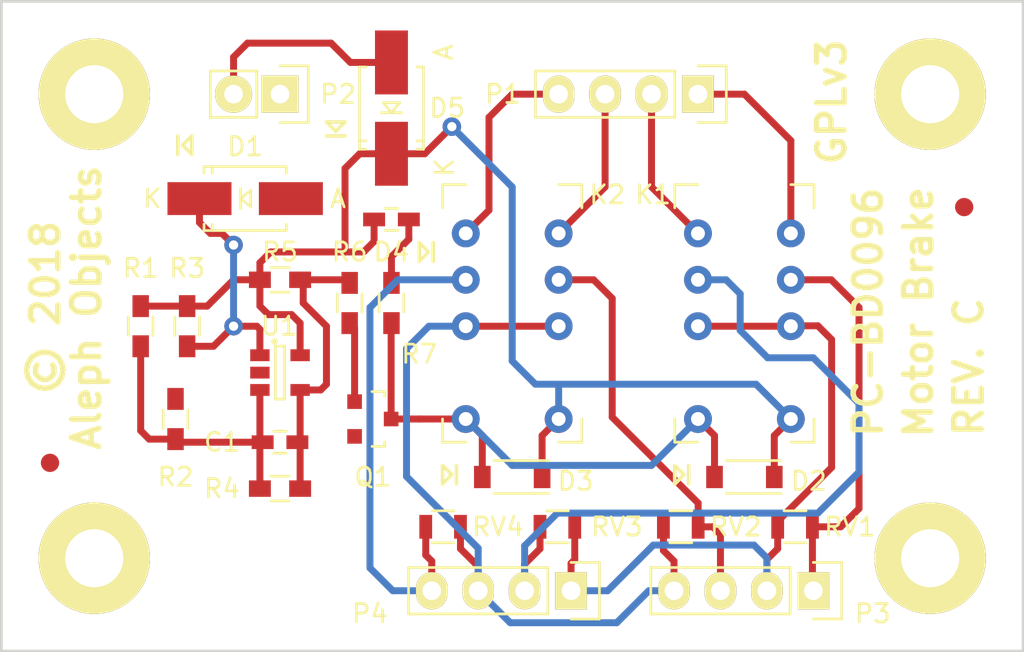
<source format=kicad_pcb>
(kicad_pcb (version 20171130) (host pcbnew "(5.1.10)-1")

  (general
    (thickness 1.6)
    (drawings 30)
    (tracks 168)
    (zones 0)
    (modules 31)
    (nets 20)
  )

  (page A4)
  (layers
    (0 F.Cu signal)
    (31 B.Cu signal hide)
    (32 B.Adhes user)
    (33 F.Adhes user)
    (34 B.Paste user)
    (35 F.Paste user)
    (36 B.SilkS user)
    (37 F.SilkS user hide)
    (38 B.Mask user)
    (39 F.Mask user)
    (40 Dwgs.User user)
    (41 Cmts.User user)
    (42 Eco1.User user)
    (43 Eco2.User user)
    (44 Edge.Cuts user)
    (45 Margin user)
    (46 B.CrtYd user)
    (47 F.CrtYd user)
    (48 B.Fab user)
    (49 F.Fab user hide)
  )

  (setup
    (last_trace_width 0.381)
    (trace_clearance 0.2)
    (zone_clearance 0.254)
    (zone_45_only no)
    (trace_min 0.2)
    (via_size 1.016)
    (via_drill 0.508)
    (via_min_size 1.016)
    (via_min_drill 0.508)
    (uvia_size 0.3)
    (uvia_drill 0.1)
    (uvias_allowed no)
    (uvia_min_size 0)
    (uvia_min_drill 0)
    (edge_width 0.15)
    (segment_width 0.2)
    (pcb_text_width 0.3)
    (pcb_text_size 1.5 1.5)
    (mod_edge_width 0.15)
    (mod_text_size 1 1)
    (mod_text_width 0.15)
    (pad_size 1.524 1.524)
    (pad_drill 0.762)
    (pad_to_mask_clearance 0.2)
    (aux_axis_origin 0 0)
    (visible_elements 7FFFF77F)
    (pcbplotparams
      (layerselection 0x010e8_80000001)
      (usegerberextensions false)
      (usegerberattributes true)
      (usegerberadvancedattributes true)
      (creategerberjobfile true)
      (excludeedgelayer true)
      (linewidth 0.100000)
      (plotframeref false)
      (viasonmask false)
      (mode 1)
      (useauxorigin false)
      (hpglpennumber 1)
      (hpglpenspeed 20)
      (hpglpendiameter 15.000000)
      (psnegative false)
      (psa4output false)
      (plotreference true)
      (plotvalue true)
      (plotinvisibletext false)
      (padsonsilk false)
      (subtractmaskfromsilk false)
      (outputformat 1)
      (mirror false)
      (drillshape 0)
      (scaleselection 1)
      (outputdirectory "Z_Brake_Gerbers_Rev_C/"))
  )

  (net 0 "")
  (net 1 "Net-(C1-Pad1)")
  (net 2 "Net-(C1-Pad2)")
  (net 3 "Net-(D1-Pad1)")
  (net 4 GND)
  (net 5 +24V)
  (net 6 "Net-(D2-Pad2)")
  (net 7 "Net-(D4-Pad2)")
  (net 8 "Net-(K1-Pad10)")
  (net 9 "Net-(K1-Pad9)")
  (net 10 "Net-(K1-Pad8)")
  (net 11 "Net-(K1-Pad4)")
  (net 12 "Net-(K1-Pad5)")
  (net 13 "Net-(K2-Pad10)")
  (net 14 "Net-(K2-Pad9)")
  (net 15 "Net-(K2-Pad8)")
  (net 16 "Net-(K2-Pad4)")
  (net 17 "Net-(K2-Pad5)")
  (net 18 "Net-(Q1-Pad1)")
  (net 19 VDD)

  (net_class Default "This is the default net class."
    (clearance 0.2)
    (trace_width 0.381)
    (via_dia 1.016)
    (via_drill 0.508)
    (uvia_dia 0.3)
    (uvia_drill 0.1)
    (add_net +24V)
    (add_net GND)
    (add_net "Net-(C1-Pad1)")
    (add_net "Net-(C1-Pad2)")
    (add_net "Net-(D1-Pad1)")
    (add_net "Net-(D2-Pad2)")
    (add_net "Net-(D4-Pad2)")
    (add_net "Net-(K1-Pad10)")
    (add_net "Net-(K1-Pad4)")
    (add_net "Net-(K1-Pad5)")
    (add_net "Net-(K1-Pad8)")
    (add_net "Net-(K1-Pad9)")
    (add_net "Net-(K2-Pad10)")
    (add_net "Net-(K2-Pad4)")
    (add_net "Net-(K2-Pad5)")
    (add_net "Net-(K2-Pad8)")
    (add_net "Net-(K2-Pad9)")
    (add_net "Net-(Q1-Pad1)")
    (add_net VDD)
  )

  (net_class STD_Signal ""
    (clearance 0.2)
    (trace_width 0.3048)
    (via_dia 1.016)
    (via_drill 0.508)
    (uvia_dia 0.3)
    (uvia_drill 0.1)
  )

  (module "AO Parts:EC2_Relay" (layer F.Cu) (tedit 5A60B19A) (tstamp 5A2850D7)
    (at 93.98 96.52 90)
    (path /5A25BAB4)
    (fp_text reference K1 (at 7.2 -5 180) (layer F.SilkS)
      (effects (font (size 1 1) (thickness 0.15)))
    )
    (fp_text value EC2-24NU (at 0 -5.08 90) (layer F.Fab) hide
      (effects (font (size 1 1) (thickness 0.15)))
    )
    (fp_line (start 7.75 -3.81) (end 7.75 -2.54) (layer F.SilkS) (width 0.15))
    (fp_line (start 6.48 -3.81) (end 7.75 -3.81) (layer F.SilkS) (width 0.15))
    (fp_line (start 7.75 3.81) (end 6.48 3.81) (layer F.SilkS) (width 0.15))
    (fp_line (start 7.75 2.54) (end 7.75 3.81) (layer F.SilkS) (width 0.15))
    (fp_line (start -6.35 3.81) (end -6.35 2.54) (layer F.SilkS) (width 0.15))
    (fp_line (start -5.08 3.81) (end -6.35 3.81) (layer F.SilkS) (width 0.15))
    (fp_line (start -6.35 -3.81) (end -5.08 -3.81) (layer F.SilkS) (width 0.15))
    (fp_line (start -6.35 -2.54) (end -6.35 -3.81) (layer F.SilkS) (width 0.15))
    (pad 10 thru_hole circle (at 0 -2.54 90) (size 1.524 1.524) (drill 0.762) (layers *.Cu *.Mask)
      (net 8 "Net-(K1-Pad10)"))
    (pad 9 thru_hole circle (at 2.54 -2.54 90) (size 1.524 1.524) (drill 0.762) (layers *.Cu *.Mask)
      (net 9 "Net-(K1-Pad9)"))
    (pad 8 thru_hole circle (at 5.08 -2.54 90) (size 1.524 1.524) (drill 0.762) (layers *.Cu *.Mask)
      (net 10 "Net-(K1-Pad8)"))
    (pad 12 thru_hole circle (at -5.08 -2.54 90) (size 1.524 1.524) (drill 0.762) (layers *.Cu *.Mask)
      (net 6 "Net-(D2-Pad2)"))
    (pad 1 thru_hole circle (at -5.08 2.54 90) (size 1.524 1.524) (drill 0.762) (layers *.Cu *.Mask)
      (net 19 VDD))
    (pad 3 thru_hole circle (at 0 2.54 90) (size 1.524 1.524) (drill 0.762) (layers *.Cu *.Mask)
      (net 8 "Net-(K1-Pad10)"))
    (pad 4 thru_hole circle (at 2.54 2.54 90) (size 1.524 1.524) (drill 0.762) (layers *.Cu *.Mask)
      (net 11 "Net-(K1-Pad4)"))
    (pad 5 thru_hole circle (at 5.08 2.54 90) (size 1.524 1.524) (drill 0.762) (layers *.Cu *.Mask)
      (net 12 "Net-(K1-Pad5)"))
  )

  (module "AO Parts:EC2_Relay" (layer F.Cu) (tedit 5A60B129) (tstamp 5A2850EB)
    (at 81.28 96.52 90)
    (path /5A25BC43)
    (fp_text reference K2 (at 7.2 5.2 180) (layer F.SilkS)
      (effects (font (size 1 1) (thickness 0.15)))
    )
    (fp_text value EC2-24NU (at 0 -5.08 90) (layer F.Fab) hide
      (effects (font (size 1 1) (thickness 0.15)))
    )
    (fp_line (start 7.75 -3.81) (end 7.75 -2.54) (layer F.SilkS) (width 0.15))
    (fp_line (start 6.48 -3.81) (end 7.75 -3.81) (layer F.SilkS) (width 0.15))
    (fp_line (start 7.75 3.81) (end 6.48 3.81) (layer F.SilkS) (width 0.15))
    (fp_line (start 7.75 2.54) (end 7.75 3.81) (layer F.SilkS) (width 0.15))
    (fp_line (start -6.35 3.81) (end -6.35 2.54) (layer F.SilkS) (width 0.15))
    (fp_line (start -5.08 3.81) (end -6.35 3.81) (layer F.SilkS) (width 0.15))
    (fp_line (start -6.35 -3.81) (end -5.08 -3.81) (layer F.SilkS) (width 0.15))
    (fp_line (start -6.35 -2.54) (end -6.35 -3.81) (layer F.SilkS) (width 0.15))
    (pad 10 thru_hole circle (at 0 -2.54 90) (size 1.524 1.524) (drill 0.762) (layers *.Cu *.Mask)
      (net 13 "Net-(K2-Pad10)"))
    (pad 9 thru_hole circle (at 2.54 -2.54 90) (size 1.524 1.524) (drill 0.762) (layers *.Cu *.Mask)
      (net 14 "Net-(K2-Pad9)"))
    (pad 8 thru_hole circle (at 5.08 -2.54 90) (size 1.524 1.524) (drill 0.762) (layers *.Cu *.Mask)
      (net 15 "Net-(K2-Pad8)"))
    (pad 12 thru_hole circle (at -5.08 -2.54 90) (size 1.524 1.524) (drill 0.762) (layers *.Cu *.Mask)
      (net 6 "Net-(D2-Pad2)"))
    (pad 1 thru_hole circle (at -5.08 2.54 90) (size 1.524 1.524) (drill 0.762) (layers *.Cu *.Mask)
      (net 19 VDD))
    (pad 3 thru_hole circle (at 0 2.54 90) (size 1.524 1.524) (drill 0.762) (layers *.Cu *.Mask)
      (net 13 "Net-(K2-Pad10)"))
    (pad 4 thru_hole circle (at 2.54 2.54 90) (size 1.524 1.524) (drill 0.762) (layers *.Cu *.Mask)
      (net 16 "Net-(K2-Pad4)"))
    (pad 5 thru_hole circle (at 5.08 2.54 90) (size 1.524 1.524) (drill 0.762) (layers *.Cu *.Mask)
      (net 17 "Net-(K2-Pad5)"))
  )

  (module Capacitors_SMD:C_0603_HandSoldering (layer F.Cu) (tedit 5A298C4E) (tstamp 5A2850AB)
    (at 68.58 102.87 180)
    (descr "Capacitor SMD 0603, hand soldering")
    (tags "capacitor 0603")
    (path /5A256C88)
    (attr smd)
    (fp_text reference C1 (at 3.175 0 180) (layer F.SilkS)
      (effects (font (size 1 1) (thickness 0.15)))
    )
    (fp_text value 0.22uF (at 0 1.9 180) (layer F.Fab) hide
      (effects (font (size 1 1) (thickness 0.15)))
    )
    (fp_line (start -0.8 0.4) (end -0.8 -0.4) (layer F.Fab) (width 0.15))
    (fp_line (start 0.8 0.4) (end -0.8 0.4) (layer F.Fab) (width 0.15))
    (fp_line (start 0.8 -0.4) (end 0.8 0.4) (layer F.Fab) (width 0.15))
    (fp_line (start -0.8 -0.4) (end 0.8 -0.4) (layer F.Fab) (width 0.15))
    (fp_line (start -1.85 -0.75) (end 1.85 -0.75) (layer F.CrtYd) (width 0.05))
    (fp_line (start -1.85 0.75) (end 1.85 0.75) (layer F.CrtYd) (width 0.05))
    (fp_line (start -1.85 -0.75) (end -1.85 0.75) (layer F.CrtYd) (width 0.05))
    (fp_line (start 1.85 -0.75) (end 1.85 0.75) (layer F.CrtYd) (width 0.05))
    (fp_line (start -0.35 -0.6) (end 0.35 -0.6) (layer F.SilkS) (width 0.15))
    (fp_line (start 0.35 0.6) (end -0.35 0.6) (layer F.SilkS) (width 0.15))
    (pad 1 smd rect (at -0.95 0 180) (size 1.2 0.75) (layers F.Cu F.Paste F.Mask)
      (net 1 "Net-(C1-Pad1)"))
    (pad 2 smd rect (at 0.95 0 180) (size 1.2 0.75) (layers F.Cu F.Paste F.Mask)
      (net 2 "Net-(C1-Pad2)"))
    (model Capacitors_SMD.3dshapes/C_0603_HandSoldering.wrl
      (at (xyz 0 0 0))
      (scale (xyz 1 1 1))
      (rotate (xyz 0 0 0))
    )
  )

  (module Diodes_SMD:SMA_Handsoldering (layer F.Cu) (tedit 5A299AE6) (tstamp 5A2850B1)
    (at 66.675 89.535)
    (descr "Diode SMA Handsoldering")
    (tags "Diode SMA Handsoldering")
    (path /5A256D6B)
    (attr smd)
    (fp_text reference D1 (at 0 -2.85) (layer F.SilkS)
      (effects (font (size 1 1) (thickness 0.15)))
    )
    (fp_text value "10.0 V ZENER" (at 0.05 4.4) (layer F.Fab) hide
      (effects (font (size 1 1) (thickness 0.15)))
    )
    (fp_line (start -4.5 -2) (end 4.5 -2) (layer F.CrtYd) (width 0.05))
    (fp_line (start 4.5 -2) (end 4.5 2) (layer F.CrtYd) (width 0.05))
    (fp_line (start 4.5 2) (end -4.5 2) (layer F.CrtYd) (width 0.05))
    (fp_line (start -4.5 2) (end -4.5 -2) (layer F.CrtYd) (width 0.05))
    (fp_line (start -0.25 0) (end 0.3 -0.45) (layer F.SilkS) (width 0.15))
    (fp_line (start 0.3 -0.45) (end 0.3 0.45) (layer F.SilkS) (width 0.15))
    (fp_line (start 0.3 0.45) (end -0.25 0) (layer F.SilkS) (width 0.15))
    (fp_line (start -0.25 -0.55) (end -0.25 0.55) (layer F.SilkS) (width 0.15))
    (fp_line (start -1.79914 1.75006) (end -1.79914 1.39954) (layer F.SilkS) (width 0.15))
    (fp_line (start -1.79914 -1.75006) (end -1.79914 -1.39954) (layer F.SilkS) (width 0.15))
    (fp_line (start 2.25044 1.75006) (end 2.25044 1.39954) (layer F.SilkS) (width 0.15))
    (fp_line (start -2.25044 1.75006) (end -2.25044 1.39954) (layer F.SilkS) (width 0.15))
    (fp_line (start -2.25044 -1.75006) (end -2.25044 -1.39954) (layer F.SilkS) (width 0.15))
    (fp_line (start 2.25044 -1.75006) (end 2.25044 -1.39954) (layer F.SilkS) (width 0.15))
    (fp_line (start -2.25044 1.75006) (end 2.25044 1.75006) (layer F.SilkS) (width 0.15))
    (fp_line (start -2.25044 -1.75006) (end 2.25044 -1.75006) (layer F.SilkS) (width 0.15))
    (fp_text user A (at 5.08 0) (layer F.SilkS)
      (effects (font (size 1 1) (thickness 0.15)))
    )
    (fp_text user K (at -5.08 0) (layer F.SilkS)
      (effects (font (size 1 1) (thickness 0.15)))
    )
    (pad 1 smd rect (at -2.49936 0) (size 3.50012 1.80086) (layers F.Cu F.Paste F.Mask)
      (net 3 "Net-(D1-Pad1)"))
    (pad 2 smd rect (at 2.49936 0) (size 3.50012 1.80086) (layers F.Cu F.Paste F.Mask)
      (net 4 GND))
    (model Diodes_SMD.3dshapes/SMA_Handsoldering.wrl
      (at (xyz 0 0 0))
      (scale (xyz 0.3937 0.3937 0.3937))
      (rotate (xyz 0 0 180))
    )
  )

  (module Diodes_SMD:SOD-123 (layer F.Cu) (tedit 5B4E0AE5) (tstamp 5A2850B7)
    (at 93.98 104.775 180)
    (descr SOD-123)
    (tags SOD-123)
    (path /5A25CBCD)
    (attr smd)
    (fp_text reference D2 (at -3.52 -0.225 180) (layer F.SilkS)
      (effects (font (size 1 1) (thickness 0.15)))
    )
    (fp_text value D_Schottky_ALT (at 0 2.1 180) (layer F.Fab) hide
      (effects (font (size 1 1) (thickness 0.15)))
    )
    (fp_line (start 0.25 0) (end 0.75 0) (layer F.Fab) (width 0.15))
    (fp_line (start 0.25 0.4) (end -0.35 0) (layer F.Fab) (width 0.15))
    (fp_line (start 0.25 -0.4) (end 0.25 0.4) (layer F.Fab) (width 0.15))
    (fp_line (start -0.35 0) (end 0.25 -0.4) (layer F.Fab) (width 0.15))
    (fp_line (start -0.35 0) (end -0.35 0.55) (layer F.Fab) (width 0.15))
    (fp_line (start -0.35 0) (end -0.35 -0.55) (layer F.Fab) (width 0.15))
    (fp_line (start -0.75 0) (end -0.35 0) (layer F.Fab) (width 0.15))
    (fp_line (start -1.35 0.8) (end -1.35 -0.8) (layer F.Fab) (width 0.15))
    (fp_line (start 1.35 0.8) (end -1.35 0.8) (layer F.Fab) (width 0.15))
    (fp_line (start 1.35 -0.8) (end 1.35 0.8) (layer F.Fab) (width 0.15))
    (fp_line (start -1.35 -0.8) (end 1.35 -0.8) (layer F.Fab) (width 0.15))
    (fp_line (start -2.25 -1.05) (end 2.25 -1.05) (layer F.CrtYd) (width 0.05))
    (fp_line (start 2.25 -1.05) (end 2.25 1.05) (layer F.CrtYd) (width 0.05))
    (fp_line (start 2.25 1.05) (end -2.25 1.05) (layer F.CrtYd) (width 0.05))
    (fp_line (start -2.25 -1.05) (end -2.25 1.05) (layer F.CrtYd) (width 0.05))
    (fp_line (start -2 0.9) (end 1 0.9) (layer F.SilkS) (width 0.15))
    (fp_line (start -2 -0.9) (end 1 -0.9) (layer F.SilkS) (width 0.15))
    (pad 1 smd rect (at -1.635 0 180) (size 0.91 1.22) (layers F.Cu F.Paste F.Mask)
      (net 19 VDD))
    (pad 2 smd rect (at 1.635 0 180) (size 0.91 1.22) (layers F.Cu F.Paste F.Mask)
      (net 6 "Net-(D2-Pad2)"))
    (model ${KISYS3DMOD}/Diodes_SMD.3dshapes/SOD-123.wrl
      (at (xyz 0 0 0))
      (scale (xyz 1 1 1))
      (rotate (xyz 0 0 0))
    )
  )

  (module Diodes_SMD:SOD-123 (layer F.Cu) (tedit 5B4E0AD5) (tstamp 5A2850BD)
    (at 81.28 104.775 180)
    (descr SOD-123)
    (tags SOD-123)
    (path /5A25CC1A)
    (attr smd)
    (fp_text reference D3 (at -3.47 -0.225 180) (layer F.SilkS)
      (effects (font (size 1 1) (thickness 0.15)))
    )
    (fp_text value D_Schottky_ALT (at 0 2.1 180) (layer F.Fab) hide
      (effects (font (size 1 1) (thickness 0.15)))
    )
    (fp_line (start 0.25 0) (end 0.75 0) (layer F.Fab) (width 0.15))
    (fp_line (start 0.25 0.4) (end -0.35 0) (layer F.Fab) (width 0.15))
    (fp_line (start 0.25 -0.4) (end 0.25 0.4) (layer F.Fab) (width 0.15))
    (fp_line (start -0.35 0) (end 0.25 -0.4) (layer F.Fab) (width 0.15))
    (fp_line (start -0.35 0) (end -0.35 0.55) (layer F.Fab) (width 0.15))
    (fp_line (start -0.35 0) (end -0.35 -0.55) (layer F.Fab) (width 0.15))
    (fp_line (start -0.75 0) (end -0.35 0) (layer F.Fab) (width 0.15))
    (fp_line (start -1.35 0.8) (end -1.35 -0.8) (layer F.Fab) (width 0.15))
    (fp_line (start 1.35 0.8) (end -1.35 0.8) (layer F.Fab) (width 0.15))
    (fp_line (start 1.35 -0.8) (end 1.35 0.8) (layer F.Fab) (width 0.15))
    (fp_line (start -1.35 -0.8) (end 1.35 -0.8) (layer F.Fab) (width 0.15))
    (fp_line (start -2.25 -1.05) (end 2.25 -1.05) (layer F.CrtYd) (width 0.05))
    (fp_line (start 2.25 -1.05) (end 2.25 1.05) (layer F.CrtYd) (width 0.05))
    (fp_line (start 2.25 1.05) (end -2.25 1.05) (layer F.CrtYd) (width 0.05))
    (fp_line (start -2.25 -1.05) (end -2.25 1.05) (layer F.CrtYd) (width 0.05))
    (fp_line (start -2 0.9) (end 1 0.9) (layer F.SilkS) (width 0.15))
    (fp_line (start -2 -0.9) (end 1 -0.9) (layer F.SilkS) (width 0.15))
    (pad 1 smd rect (at -1.635 0 180) (size 0.91 1.22) (layers F.Cu F.Paste F.Mask)
      (net 19 VDD))
    (pad 2 smd rect (at 1.635 0 180) (size 0.91 1.22) (layers F.Cu F.Paste F.Mask)
      (net 6 "Net-(D2-Pad2)"))
    (model ${KISYS3DMOD}/Diodes_SMD.3dshapes/SOD-123.wrl
      (at (xyz 0 0 0))
      (scale (xyz 1 1 1))
      (rotate (xyz 0 0 0))
    )
  )

  (module Capacitors_SMD:C_0603_HandSoldering (layer F.Cu) (tedit 5A68A16F) (tstamp 5A2850C3)
    (at 74.676 90.678)
    (descr "Capacitor SMD 0603, hand soldering")
    (tags "capacitor 0603")
    (path /5A282358)
    (attr smd)
    (fp_text reference D4 (at 0 1.778) (layer F.SilkS)
      (effects (font (size 1 1) (thickness 0.15)))
    )
    (fp_text value LED_ALT (at 0 1.9) (layer F.Fab) hide
      (effects (font (size 1 1) (thickness 0.15)))
    )
    (fp_line (start -0.8 0.4) (end -0.8 -0.4) (layer F.Fab) (width 0.15))
    (fp_line (start 0.8 0.4) (end -0.8 0.4) (layer F.Fab) (width 0.15))
    (fp_line (start 0.8 -0.4) (end 0.8 0.4) (layer F.Fab) (width 0.15))
    (fp_line (start -0.8 -0.4) (end 0.8 -0.4) (layer F.Fab) (width 0.15))
    (fp_line (start -1.85 -0.75) (end 1.85 -0.75) (layer F.CrtYd) (width 0.05))
    (fp_line (start -1.85 0.75) (end 1.85 0.75) (layer F.CrtYd) (width 0.05))
    (fp_line (start -1.85 -0.75) (end -1.85 0.75) (layer F.CrtYd) (width 0.05))
    (fp_line (start 1.85 -0.75) (end 1.85 0.75) (layer F.CrtYd) (width 0.05))
    (fp_line (start -0.35 -0.6) (end 0.35 -0.6) (layer F.SilkS) (width 0.15))
    (fp_line (start 0.35 0.6) (end -0.35 0.6) (layer F.SilkS) (width 0.15))
    (pad 1 smd rect (at -0.95 0) (size 1.2 0.75) (layers F.Cu F.Paste F.Mask)
      (net 19 VDD))
    (pad 2 smd rect (at 0.95 0) (size 1.2 0.75) (layers F.Cu F.Paste F.Mask)
      (net 7 "Net-(D4-Pad2)"))
    (model Capacitors_SMD.3dshapes/C_0603_HandSoldering.wrl
      (at (xyz 0 0 0))
      (scale (xyz 1 1 1))
      (rotate (xyz 0 0 0))
    )
  )

  (module TO_SOT_Packages_SMD:SOT-23 (layer F.Cu) (tedit 5A299DF1) (tstamp 5A285110)
    (at 73.66 101.6 270)
    (descr "SOT-23, Standard")
    (tags SOT-23)
    (path /5A28155C)
    (attr smd)
    (fp_text reference Q1 (at 3.175 0) (layer F.SilkS)
      (effects (font (size 1 1) (thickness 0.15)))
    )
    (fp_text value 2N7002 (at 0 2.3 270) (layer F.Fab) hide
      (effects (font (size 1 1) (thickness 0.15)))
    )
    (fp_line (start -1.65 -1.6) (end 1.65 -1.6) (layer F.CrtYd) (width 0.05))
    (fp_line (start 1.65 -1.6) (end 1.65 1.6) (layer F.CrtYd) (width 0.05))
    (fp_line (start 1.65 1.6) (end -1.65 1.6) (layer F.CrtYd) (width 0.05))
    (fp_line (start -1.65 1.6) (end -1.65 -1.6) (layer F.CrtYd) (width 0.05))
    (fp_line (start 1.29916 -0.65024) (end 1.2509 -0.65024) (layer F.SilkS) (width 0.15))
    (fp_line (start -1.49982 0.0508) (end -1.49982 -0.65024) (layer F.SilkS) (width 0.15))
    (fp_line (start -1.49982 -0.65024) (end -1.2509 -0.65024) (layer F.SilkS) (width 0.15))
    (fp_line (start 1.29916 -0.65024) (end 1.49982 -0.65024) (layer F.SilkS) (width 0.15))
    (fp_line (start 1.49982 -0.65024) (end 1.49982 0.0508) (layer F.SilkS) (width 0.15))
    (pad 1 smd rect (at -0.95 1.00076 270) (size 0.8001 0.8001) (layers F.Cu F.Paste F.Mask)
      (net 18 "Net-(Q1-Pad1)"))
    (pad 2 smd rect (at 0.95 1.00076 270) (size 0.8001 0.8001) (layers F.Cu F.Paste F.Mask)
      (net 4 GND))
    (pad 3 smd rect (at 0 -0.99822 270) (size 0.8001 0.8001) (layers F.Cu F.Paste F.Mask)
      (net 6 "Net-(D2-Pad2)"))
    (model TO_SOT_Packages_SMD.3dshapes/SOT-23.wrl
      (at (xyz 0 0 0))
      (scale (xyz 1 1 1))
      (rotate (xyz 0 0 0))
    )
  )

  (module Resistors_SMD:R_0603_HandSoldering (layer F.Cu) (tedit 5A299DE1) (tstamp 5A285116)
    (at 60.96 96.52 270)
    (descr "Resistor SMD 0603, hand soldering")
    (tags "resistor 0603")
    (path /5A2841D0)
    (attr smd)
    (fp_text reference R1 (at -3.175 0) (layer F.SilkS)
      (effects (font (size 1 1) (thickness 0.15)))
    )
    (fp_text value 12.6k (at 0 1.9 270) (layer F.Fab) hide
      (effects (font (size 1 1) (thickness 0.15)))
    )
    (fp_line (start -2 -0.8) (end 2 -0.8) (layer F.CrtYd) (width 0.05))
    (fp_line (start -2 0.8) (end 2 0.8) (layer F.CrtYd) (width 0.05))
    (fp_line (start -2 -0.8) (end -2 0.8) (layer F.CrtYd) (width 0.05))
    (fp_line (start 2 -0.8) (end 2 0.8) (layer F.CrtYd) (width 0.05))
    (fp_line (start 0.5 0.675) (end -0.5 0.675) (layer F.SilkS) (width 0.15))
    (fp_line (start -0.5 -0.675) (end 0.5 -0.675) (layer F.SilkS) (width 0.15))
    (pad 1 smd rect (at -1.1 0 270) (size 1.2 0.9) (layers F.Cu F.Paste F.Mask)
      (net 19 VDD))
    (pad 2 smd rect (at 1.1 0 270) (size 1.2 0.9) (layers F.Cu F.Paste F.Mask)
      (net 2 "Net-(C1-Pad2)"))
    (model Resistors_SMD.3dshapes/R_0603_HandSoldering.wrl
      (at (xyz 0 0 0))
      (scale (xyz 1 1 1))
      (rotate (xyz 0 0 0))
    )
  )

  (module Resistors_SMD:R_0603_HandSoldering (layer F.Cu) (tedit 5A299DEA) (tstamp 5A28511C)
    (at 62.865 101.6 90)
    (descr "Resistor SMD 0603, hand soldering")
    (tags "resistor 0603")
    (path /5A284279)
    (attr smd)
    (fp_text reference R2 (at -3.175 0 180) (layer F.SilkS)
      (effects (font (size 1 1) (thickness 0.15)))
    )
    (fp_text value 10k (at 0 1.9 90) (layer F.Fab) hide
      (effects (font (size 1 1) (thickness 0.15)))
    )
    (fp_line (start -2 -0.8) (end 2 -0.8) (layer F.CrtYd) (width 0.05))
    (fp_line (start -2 0.8) (end 2 0.8) (layer F.CrtYd) (width 0.05))
    (fp_line (start -2 -0.8) (end -2 0.8) (layer F.CrtYd) (width 0.05))
    (fp_line (start 2 -0.8) (end 2 0.8) (layer F.CrtYd) (width 0.05))
    (fp_line (start 0.5 0.675) (end -0.5 0.675) (layer F.SilkS) (width 0.15))
    (fp_line (start -0.5 -0.675) (end 0.5 -0.675) (layer F.SilkS) (width 0.15))
    (pad 1 smd rect (at -1.1 0 90) (size 1.2 0.9) (layers F.Cu F.Paste F.Mask)
      (net 2 "Net-(C1-Pad2)"))
    (pad 2 smd rect (at 1.1 0 90) (size 1.2 0.9) (layers F.Cu F.Paste F.Mask)
      (net 4 GND))
    (model Resistors_SMD.3dshapes/R_0603_HandSoldering.wrl
      (at (xyz 0 0 0))
      (scale (xyz 1 1 1))
      (rotate (xyz 0 0 0))
    )
  )

  (module Resistors_SMD:R_0603_HandSoldering (layer F.Cu) (tedit 5A299DDE) (tstamp 5A285122)
    (at 63.5 96.52 270)
    (descr "Resistor SMD 0603, hand soldering")
    (tags "resistor 0603")
    (path /5A2840E3)
    (attr smd)
    (fp_text reference R3 (at -3.175 0) (layer F.SilkS)
      (effects (font (size 1 1) (thickness 0.15)))
    )
    (fp_text value 10k (at 0 1.9 270) (layer F.Fab) hide
      (effects (font (size 1 1) (thickness 0.15)))
    )
    (fp_line (start -2 -0.8) (end 2 -0.8) (layer F.CrtYd) (width 0.05))
    (fp_line (start -2 0.8) (end 2 0.8) (layer F.CrtYd) (width 0.05))
    (fp_line (start -2 -0.8) (end -2 0.8) (layer F.CrtYd) (width 0.05))
    (fp_line (start 2 -0.8) (end 2 0.8) (layer F.CrtYd) (width 0.05))
    (fp_line (start 0.5 0.675) (end -0.5 0.675) (layer F.SilkS) (width 0.15))
    (fp_line (start -0.5 -0.675) (end 0.5 -0.675) (layer F.SilkS) (width 0.15))
    (pad 1 smd rect (at -1.1 0 270) (size 1.2 0.9) (layers F.Cu F.Paste F.Mask)
      (net 19 VDD))
    (pad 2 smd rect (at 1.1 0 270) (size 1.2 0.9) (layers F.Cu F.Paste F.Mask)
      (net 3 "Net-(D1-Pad1)"))
    (model Resistors_SMD.3dshapes/R_0603_HandSoldering.wrl
      (at (xyz 0 0 0))
      (scale (xyz 1 1 1))
      (rotate (xyz 0 0 0))
    )
  )

  (module Resistors_SMD:R_0603_HandSoldering (layer F.Cu) (tedit 5A298C4B) (tstamp 5A285128)
    (at 68.58 105.41 180)
    (descr "Resistor SMD 0603, hand soldering")
    (tags "resistor 0603")
    (path /5A283C18)
    (attr smd)
    (fp_text reference R4 (at 3.175 0 180) (layer F.SilkS)
      (effects (font (size 1 1) (thickness 0.15)))
    )
    (fp_text value 100k (at 0 1.9 180) (layer F.Fab) hide
      (effects (font (size 1 1) (thickness 0.15)))
    )
    (fp_line (start -2 -0.8) (end 2 -0.8) (layer F.CrtYd) (width 0.05))
    (fp_line (start -2 0.8) (end 2 0.8) (layer F.CrtYd) (width 0.05))
    (fp_line (start -2 -0.8) (end -2 0.8) (layer F.CrtYd) (width 0.05))
    (fp_line (start 2 -0.8) (end 2 0.8) (layer F.CrtYd) (width 0.05))
    (fp_line (start 0.5 0.675) (end -0.5 0.675) (layer F.SilkS) (width 0.15))
    (fp_line (start -0.5 -0.675) (end 0.5 -0.675) (layer F.SilkS) (width 0.15))
    (pad 1 smd rect (at -1.1 0 180) (size 1.2 0.9) (layers F.Cu F.Paste F.Mask)
      (net 1 "Net-(C1-Pad1)"))
    (pad 2 smd rect (at 1.1 0 180) (size 1.2 0.9) (layers F.Cu F.Paste F.Mask)
      (net 2 "Net-(C1-Pad2)"))
    (model Resistors_SMD.3dshapes/R_0603_HandSoldering.wrl
      (at (xyz 0 0 0))
      (scale (xyz 1 1 1))
      (rotate (xyz 0 0 0))
    )
  )

  (module Resistors_SMD:R_0603_HandSoldering (layer F.Cu) (tedit 5A6107E6) (tstamp 5A28512E)
    (at 68.58 93.98)
    (descr "Resistor SMD 0603, hand soldering")
    (tags "resistor 0603")
    (path /5A285833)
    (attr smd)
    (fp_text reference R5 (at 0 -1.524) (layer F.SilkS)
      (effects (font (size 1 1) (thickness 0.15)))
    )
    (fp_text value 10k (at 0 1.9) (layer F.Fab) hide
      (effects (font (size 1 1) (thickness 0.15)))
    )
    (fp_line (start -2 -0.8) (end 2 -0.8) (layer F.CrtYd) (width 0.05))
    (fp_line (start -2 0.8) (end 2 0.8) (layer F.CrtYd) (width 0.05))
    (fp_line (start -2 -0.8) (end -2 0.8) (layer F.CrtYd) (width 0.05))
    (fp_line (start 2 -0.8) (end 2 0.8) (layer F.CrtYd) (width 0.05))
    (fp_line (start 0.5 0.675) (end -0.5 0.675) (layer F.SilkS) (width 0.15))
    (fp_line (start -0.5 -0.675) (end 0.5 -0.675) (layer F.SilkS) (width 0.15))
    (pad 1 smd rect (at -1.1 0) (size 1.2 0.9) (layers F.Cu F.Paste F.Mask)
      (net 19 VDD))
    (pad 2 smd rect (at 1.1 0) (size 1.2 0.9) (layers F.Cu F.Paste F.Mask)
      (net 1 "Net-(C1-Pad1)"))
    (model Resistors_SMD.3dshapes/R_0603_HandSoldering.wrl
      (at (xyz 0 0 0))
      (scale (xyz 1 1 1))
      (rotate (xyz 0 0 0))
    )
  )

  (module Resistors_SMD:R_0603_HandSoldering (layer F.Cu) (tedit 5A6107EA) (tstamp 5A285134)
    (at 72.39 95.25 90)
    (descr "Resistor SMD 0603, hand soldering")
    (tags "resistor 0603")
    (path /5A2833C8)
    (attr smd)
    (fp_text reference R6 (at 2.794 0 180) (layer F.SilkS)
      (effects (font (size 1 1) (thickness 0.15)))
    )
    (fp_text value 10k (at 0 1.9 90) (layer F.Fab) hide
      (effects (font (size 1 1) (thickness 0.15)))
    )
    (fp_line (start -2 -0.8) (end 2 -0.8) (layer F.CrtYd) (width 0.05))
    (fp_line (start -2 0.8) (end 2 0.8) (layer F.CrtYd) (width 0.05))
    (fp_line (start -2 -0.8) (end -2 0.8) (layer F.CrtYd) (width 0.05))
    (fp_line (start 2 -0.8) (end 2 0.8) (layer F.CrtYd) (width 0.05))
    (fp_line (start 0.5 0.675) (end -0.5 0.675) (layer F.SilkS) (width 0.15))
    (fp_line (start -0.5 -0.675) (end 0.5 -0.675) (layer F.SilkS) (width 0.15))
    (pad 1 smd rect (at -1.1 0 90) (size 1.2 0.9) (layers F.Cu F.Paste F.Mask)
      (net 18 "Net-(Q1-Pad1)"))
    (pad 2 smd rect (at 1.1 0 90) (size 1.2 0.9) (layers F.Cu F.Paste F.Mask)
      (net 1 "Net-(C1-Pad1)"))
    (model Resistors_SMD.3dshapes/R_0603_HandSoldering.wrl
      (at (xyz 0 0 0))
      (scale (xyz 1 1 1))
      (rotate (xyz 0 0 0))
    )
  )

  (module Resistors_SMD:R_0603_HandSoldering (layer F.Cu) (tedit 5A6912C7) (tstamp 5A28513A)
    (at 74.676 95.25 270)
    (descr "Resistor SMD 0603, hand soldering")
    (tags "resistor 0603")
    (path /5A282435)
    (attr smd)
    (fp_text reference R7 (at 2.794 -1.524) (layer F.SilkS)
      (effects (font (size 1 1) (thickness 0.15)))
    )
    (fp_text value 3.3k (at 0 1.9 270) (layer F.Fab) hide
      (effects (font (size 1 1) (thickness 0.15)))
    )
    (fp_line (start -2 -0.8) (end 2 -0.8) (layer F.CrtYd) (width 0.05))
    (fp_line (start -2 0.8) (end 2 0.8) (layer F.CrtYd) (width 0.05))
    (fp_line (start -2 -0.8) (end -2 0.8) (layer F.CrtYd) (width 0.05))
    (fp_line (start 2 -0.8) (end 2 0.8) (layer F.CrtYd) (width 0.05))
    (fp_line (start 0.5 0.675) (end -0.5 0.675) (layer F.SilkS) (width 0.15))
    (fp_line (start -0.5 -0.675) (end 0.5 -0.675) (layer F.SilkS) (width 0.15))
    (pad 1 smd rect (at -1.1 0 270) (size 1.2 0.9) (layers F.Cu F.Paste F.Mask)
      (net 7 "Net-(D4-Pad2)"))
    (pad 2 smd rect (at 1.1 0 270) (size 1.2 0.9) (layers F.Cu F.Paste F.Mask)
      (net 6 "Net-(D2-Pad2)"))
    (model Resistors_SMD.3dshapes/R_0603_HandSoldering.wrl
      (at (xyz 0 0 0))
      (scale (xyz 1 1 1))
      (rotate (xyz 0 0 0))
    )
  )

  (module TO_SOT_Packages_SMD:SOT-23-5 (layer F.Cu) (tedit 5A298BA5) (tstamp 5A285143)
    (at 68.58 99.06)
    (descr "5-pin SOT23 package")
    (tags SOT-23-5)
    (path /5A280FF5)
    (attr smd)
    (fp_text reference U1 (at -0.05 -2.55) (layer F.SilkS)
      (effects (font (size 1 1) (thickness 0.15)))
    )
    (fp_text value LM397 (at -0.05 2.35) (layer F.Fab) hide
      (effects (font (size 1 1) (thickness 0.15)))
    )
    (fp_line (start -1.8 -1.6) (end 1.8 -1.6) (layer F.CrtYd) (width 0.05))
    (fp_line (start 1.8 -1.6) (end 1.8 1.6) (layer F.CrtYd) (width 0.05))
    (fp_line (start 1.8 1.6) (end -1.8 1.6) (layer F.CrtYd) (width 0.05))
    (fp_line (start -1.8 1.6) (end -1.8 -1.6) (layer F.CrtYd) (width 0.05))
    (fp_circle (center -0.3 -1.7) (end -0.2 -1.7) (layer F.SilkS) (width 0.15))
    (fp_line (start 0.25 -1.45) (end -0.25 -1.45) (layer F.SilkS) (width 0.15))
    (fp_line (start 0.25 1.45) (end 0.25 -1.45) (layer F.SilkS) (width 0.15))
    (fp_line (start -0.25 1.45) (end 0.25 1.45) (layer F.SilkS) (width 0.15))
    (fp_line (start -0.25 -1.45) (end -0.25 1.45) (layer F.SilkS) (width 0.15))
    (pad 1 smd rect (at -1.1 -0.95) (size 1.06 0.65) (layers F.Cu F.Paste F.Mask)
      (net 3 "Net-(D1-Pad1)"))
    (pad 2 smd rect (at -1.1 0) (size 1.06 0.65) (layers F.Cu F.Paste F.Mask)
      (net 4 GND))
    (pad 3 smd rect (at -1.1 0.95) (size 1.06 0.65) (layers F.Cu F.Paste F.Mask)
      (net 2 "Net-(C1-Pad2)"))
    (pad 4 smd rect (at 1.1 0.95) (size 1.06 0.65) (layers F.Cu F.Paste F.Mask)
      (net 1 "Net-(C1-Pad1)"))
    (pad 5 smd rect (at 1.1 -0.95) (size 1.06 0.65) (layers F.Cu F.Paste F.Mask)
      (net 19 VDD))
    (model TO_SOT_Packages_SMD.3dshapes/SOT-23-5.wrl
      (at (xyz 0 0 0))
      (scale (xyz 1 1 1))
      (rotate (xyz 0 0 0))
    )
  )

  (module Pin_Headers:Pin_Header_Straight_1x04 (layer F.Cu) (tedit 5A2984E0) (tstamp 5A286128)
    (at 91.44 83.82 270)
    (descr "Through hole pin header")
    (tags "pin header")
    (path /5A25BCC2)
    (fp_text reference P1 (at 0 10.668) (layer F.SilkS)
      (effects (font (size 1 1) (thickness 0.15)))
    )
    (fp_text value CONN_01X04 (at 0 -3.1 270) (layer F.Fab) hide
      (effects (font (size 1 1) (thickness 0.15)))
    )
    (fp_line (start -1.75 -1.75) (end -1.75 9.4) (layer F.CrtYd) (width 0.05))
    (fp_line (start 1.75 -1.75) (end 1.75 9.4) (layer F.CrtYd) (width 0.05))
    (fp_line (start -1.75 -1.75) (end 1.75 -1.75) (layer F.CrtYd) (width 0.05))
    (fp_line (start -1.75 9.4) (end 1.75 9.4) (layer F.CrtYd) (width 0.05))
    (fp_line (start -1.27 1.27) (end -1.27 8.89) (layer F.SilkS) (width 0.15))
    (fp_line (start 1.27 1.27) (end 1.27 8.89) (layer F.SilkS) (width 0.15))
    (fp_line (start 1.55 -1.55) (end 1.55 0) (layer F.SilkS) (width 0.15))
    (fp_line (start -1.27 8.89) (end 1.27 8.89) (layer F.SilkS) (width 0.15))
    (fp_line (start 1.27 1.27) (end -1.27 1.27) (layer F.SilkS) (width 0.15))
    (fp_line (start -1.55 0) (end -1.55 -1.55) (layer F.SilkS) (width 0.15))
    (fp_line (start -1.55 -1.55) (end 1.55 -1.55) (layer F.SilkS) (width 0.15))
    (pad 1 thru_hole rect (at 0 0 270) (size 2.032 1.7272) (drill 1.016) (layers *.Cu *.Mask F.SilkS)
      (net 12 "Net-(K1-Pad5)"))
    (pad 2 thru_hole oval (at 0 2.54 270) (size 2.032 1.7272) (drill 1.016) (layers *.Cu *.Mask F.SilkS)
      (net 10 "Net-(K1-Pad8)"))
    (pad 3 thru_hole oval (at 0 5.08 270) (size 2.032 1.7272) (drill 1.016) (layers *.Cu *.Mask F.SilkS)
      (net 17 "Net-(K2-Pad5)"))
    (pad 4 thru_hole oval (at 0 7.62 270) (size 2.032 1.7272) (drill 1.016) (layers *.Cu *.Mask F.SilkS)
      (net 15 "Net-(K2-Pad8)"))
    (model Pin_Headers.3dshapes/Pin_Header_Straight_1x04.wrl
      (offset (xyz 0 -3.809999942779541 0))
      (scale (xyz 1 1 1))
      (rotate (xyz 0 0 90))
    )
  )

  (module Pin_Headers:Pin_Header_Straight_1x02 (layer F.Cu) (tedit 5A298999) (tstamp 5A28612F)
    (at 68.58 83.82 270)
    (descr "Through hole pin header")
    (tags "pin header")
    (path /5A281286)
    (fp_text reference P2 (at 0 -3.175) (layer F.SilkS)
      (effects (font (size 1 1) (thickness 0.15)))
    )
    (fp_text value CONN_01X02 (at 0 -3.1 270) (layer F.Fab) hide
      (effects (font (size 1 1) (thickness 0.15)))
    )
    (fp_line (start 1.27 1.27) (end 1.27 3.81) (layer F.SilkS) (width 0.15))
    (fp_line (start 1.55 -1.55) (end 1.55 0) (layer F.SilkS) (width 0.15))
    (fp_line (start -1.75 -1.75) (end -1.75 4.3) (layer F.CrtYd) (width 0.05))
    (fp_line (start 1.75 -1.75) (end 1.75 4.3) (layer F.CrtYd) (width 0.05))
    (fp_line (start -1.75 -1.75) (end 1.75 -1.75) (layer F.CrtYd) (width 0.05))
    (fp_line (start -1.75 4.3) (end 1.75 4.3) (layer F.CrtYd) (width 0.05))
    (fp_line (start 1.27 1.27) (end -1.27 1.27) (layer F.SilkS) (width 0.15))
    (fp_line (start -1.55 0) (end -1.55 -1.55) (layer F.SilkS) (width 0.15))
    (fp_line (start -1.55 -1.55) (end 1.55 -1.55) (layer F.SilkS) (width 0.15))
    (fp_line (start -1.27 1.27) (end -1.27 3.81) (layer F.SilkS) (width 0.15))
    (fp_line (start -1.27 3.81) (end 1.27 3.81) (layer F.SilkS) (width 0.15))
    (pad 1 thru_hole rect (at 0 0 270) (size 2.032 2.032) (drill 1.016) (layers *.Cu *.Mask F.SilkS)
      (net 4 GND))
    (pad 2 thru_hole oval (at 0 2.54 270) (size 2.032 2.032) (drill 1.016) (layers *.Cu *.Mask F.SilkS)
      (net 5 +24V))
    (model Pin_Headers.3dshapes/Pin_Header_Straight_1x02.wrl
      (offset (xyz 0 -1.269999980926514 0))
      (scale (xyz 1 1 1))
      (rotate (xyz 0 0 90))
    )
  )

  (module Pin_Headers:Pin_Header_Straight_1x04 (layer F.Cu) (tedit 5B4E0B3E) (tstamp 5A286134)
    (at 97.75 111 270)
    (descr "Through hole pin header")
    (tags "pin header")
    (path /5A25BD67)
    (fp_text reference P3 (at 1.25 -3.25) (layer F.SilkS)
      (effects (font (size 1 1) (thickness 0.15)))
    )
    (fp_text value CONN_01X04 (at 0 -3.1 270) (layer F.Fab) hide
      (effects (font (size 1 1) (thickness 0.15)))
    )
    (fp_line (start -1.75 -1.75) (end -1.75 9.4) (layer F.CrtYd) (width 0.05))
    (fp_line (start 1.75 -1.75) (end 1.75 9.4) (layer F.CrtYd) (width 0.05))
    (fp_line (start -1.75 -1.75) (end 1.75 -1.75) (layer F.CrtYd) (width 0.05))
    (fp_line (start -1.75 9.4) (end 1.75 9.4) (layer F.CrtYd) (width 0.05))
    (fp_line (start -1.27 1.27) (end -1.27 8.89) (layer F.SilkS) (width 0.15))
    (fp_line (start 1.27 1.27) (end 1.27 8.89) (layer F.SilkS) (width 0.15))
    (fp_line (start 1.55 -1.55) (end 1.55 0) (layer F.SilkS) (width 0.15))
    (fp_line (start -1.27 8.89) (end 1.27 8.89) (layer F.SilkS) (width 0.15))
    (fp_line (start 1.27 1.27) (end -1.27 1.27) (layer F.SilkS) (width 0.15))
    (fp_line (start -1.55 0) (end -1.55 -1.55) (layer F.SilkS) (width 0.15))
    (fp_line (start -1.55 -1.55) (end 1.55 -1.55) (layer F.SilkS) (width 0.15))
    (pad 1 thru_hole rect (at 0 0 270) (size 2.032 1.7272) (drill 1.016) (layers *.Cu *.Mask F.SilkS)
      (net 11 "Net-(K1-Pad4)"))
    (pad 2 thru_hole oval (at 0 2.54 270) (size 2.032 1.7272) (drill 1.016) (layers *.Cu *.Mask F.SilkS)
      (net 8 "Net-(K1-Pad10)"))
    (pad 3 thru_hole oval (at 0 5.08 270) (size 2.032 1.7272) (drill 1.016) (layers *.Cu *.Mask F.SilkS)
      (net 16 "Net-(K2-Pad4)"))
    (pad 4 thru_hole oval (at 0 7.62 270) (size 2.032 1.7272) (drill 1.016) (layers *.Cu *.Mask F.SilkS)
      (net 13 "Net-(K2-Pad10)"))
    (model Pin_Headers.3dshapes/Pin_Header_Straight_1x04.wrl
      (offset (xyz 0 -3.809999942779541 0))
      (scale (xyz 1 1 1))
      (rotate (xyz 0 0 90))
    )
  )

  (module Pin_Headers:Pin_Header_Straight_1x04 (layer F.Cu) (tedit 5B4E0B4B) (tstamp 5A28613B)
    (at 84.5 111 270)
    (descr "Through hole pin header")
    (tags "pin header")
    (path /5A25BDE2)
    (fp_text reference P4 (at 1.25 11) (layer F.SilkS)
      (effects (font (size 1 1) (thickness 0.15)))
    )
    (fp_text value CONN_01X04 (at 0 -3.1 270) (layer F.Fab) hide
      (effects (font (size 1 1) (thickness 0.15)))
    )
    (fp_line (start -1.75 -1.75) (end -1.75 9.4) (layer F.CrtYd) (width 0.05))
    (fp_line (start 1.75 -1.75) (end 1.75 9.4) (layer F.CrtYd) (width 0.05))
    (fp_line (start -1.75 -1.75) (end 1.75 -1.75) (layer F.CrtYd) (width 0.05))
    (fp_line (start -1.75 9.4) (end 1.75 9.4) (layer F.CrtYd) (width 0.05))
    (fp_line (start -1.27 1.27) (end -1.27 8.89) (layer F.SilkS) (width 0.15))
    (fp_line (start 1.27 1.27) (end 1.27 8.89) (layer F.SilkS) (width 0.15))
    (fp_line (start 1.55 -1.55) (end 1.55 0) (layer F.SilkS) (width 0.15))
    (fp_line (start -1.27 8.89) (end 1.27 8.89) (layer F.SilkS) (width 0.15))
    (fp_line (start 1.27 1.27) (end -1.27 1.27) (layer F.SilkS) (width 0.15))
    (fp_line (start -1.55 0) (end -1.55 -1.55) (layer F.SilkS) (width 0.15))
    (fp_line (start -1.55 -1.55) (end 1.55 -1.55) (layer F.SilkS) (width 0.15))
    (pad 1 thru_hole rect (at 0 0 270) (size 2.032 1.7272) (drill 1.016) (layers *.Cu *.Mask F.SilkS)
      (net 8 "Net-(K1-Pad10)"))
    (pad 2 thru_hole oval (at 0 2.54 270) (size 2.032 1.7272) (drill 1.016) (layers *.Cu *.Mask F.SilkS)
      (net 9 "Net-(K1-Pad9)"))
    (pad 3 thru_hole oval (at 0 5.08 270) (size 2.032 1.7272) (drill 1.016) (layers *.Cu *.Mask F.SilkS)
      (net 13 "Net-(K2-Pad10)"))
    (pad 4 thru_hole oval (at 0 7.62 270) (size 2.032 1.7272) (drill 1.016) (layers *.Cu *.Mask F.SilkS)
      (net 14 "Net-(K2-Pad9)"))
    (model Pin_Headers.3dshapes/Pin_Header_Straight_1x04.wrl
      (offset (xyz 0 -3.809999942779541 0))
      (scale (xyz 1 1 1))
      (rotate (xyz 0 0 90))
    )
  )

  (module "AO Parts:MOUNT_HOLE" (layer F.Cu) (tedit 55116EF0) (tstamp 5A298448)
    (at 58.42 83.82)
    (path /5A299CC8)
    (fp_text reference MH1 (at 0 -5.00126) (layer F.SilkS) hide
      (effects (font (size 1.524 1.524) (thickness 0.3048)))
    )
    (fp_text value CONN_01X01 (at 0 5.00126) (layer F.SilkS) hide
      (effects (font (size 1.524 1.524) (thickness 0.3048)))
    )
    (pad 1 thru_hole circle (at 0 0) (size 6.096 6.096) (drill 3.175) (layers *.Cu *.Mask F.SilkS)
      (net 4 GND))
  )

  (module "AO Parts:MOUNT_HOLE" (layer F.Cu) (tedit 55116EF0) (tstamp 5A29844D)
    (at 104.14 83.82)
    (path /5A299F19)
    (fp_text reference MH2 (at 0 -5.00126) (layer F.SilkS) hide
      (effects (font (size 1.524 1.524) (thickness 0.3048)))
    )
    (fp_text value CONN_01X01 (at 0 5.00126) (layer F.SilkS) hide
      (effects (font (size 1.524 1.524) (thickness 0.3048)))
    )
    (pad 1 thru_hole circle (at 0 0) (size 6.096 6.096) (drill 3.175) (layers *.Cu *.Mask F.SilkS)
      (net 4 GND))
  )

  (module "AO Parts:MOUNT_HOLE" (layer F.Cu) (tedit 55116EF0) (tstamp 5A298452)
    (at 58.42 109.22)
    (path /5A299FA8)
    (fp_text reference MH3 (at 0 -5.00126) (layer F.SilkS) hide
      (effects (font (size 1.524 1.524) (thickness 0.3048)))
    )
    (fp_text value CONN_01X01 (at 0 5.00126) (layer F.SilkS) hide
      (effects (font (size 1.524 1.524) (thickness 0.3048)))
    )
    (pad 1 thru_hole circle (at 0 0) (size 6.096 6.096) (drill 3.175) (layers *.Cu *.Mask F.SilkS)
      (net 4 GND))
  )

  (module "AO Parts:MOUNT_HOLE" (layer F.Cu) (tedit 55116EF0) (tstamp 5A298457)
    (at 104.14 109.22)
    (path /5A299FF7)
    (fp_text reference MH4 (at 0 -5.00126) (layer F.SilkS) hide
      (effects (font (size 1.524 1.524) (thickness 0.3048)))
    )
    (fp_text value CONN_01X01 (at 0 5.00126) (layer F.SilkS) hide
      (effects (font (size 1.524 1.524) (thickness 0.3048)))
    )
    (pad 1 thru_hole circle (at 0 0) (size 6.096 6.096) (drill 3.175) (layers *.Cu *.Mask F.SilkS)
      (net 4 GND))
  )

  (module Diodes_SMD:SMA_Handsoldering (layer F.Cu) (tedit 5A6108A5) (tstamp 5A610630)
    (at 74.676 84.582 90)
    (descr "Diode SMA Handsoldering")
    (tags "Diode SMA Handsoldering")
    (path /5A610DDD)
    (attr smd)
    (fp_text reference D5 (at 0 3.048 180) (layer F.SilkS)
      (effects (font (size 1 1) (thickness 0.15)))
    )
    (fp_text value D_ALT (at 0.05 4.4 90) (layer F.Fab) hide
      (effects (font (size 1 1) (thickness 0.15)))
    )
    (fp_line (start -4.5 -2) (end 4.5 -2) (layer F.CrtYd) (width 0.05))
    (fp_line (start 4.5 -2) (end 4.5 2) (layer F.CrtYd) (width 0.05))
    (fp_line (start 4.5 2) (end -4.5 2) (layer F.CrtYd) (width 0.05))
    (fp_line (start -4.5 2) (end -4.5 -2) (layer F.CrtYd) (width 0.05))
    (fp_line (start -0.25 0) (end 0.3 -0.45) (layer F.SilkS) (width 0.15))
    (fp_line (start 0.3 -0.45) (end 0.3 0.45) (layer F.SilkS) (width 0.15))
    (fp_line (start 0.3 0.45) (end -0.25 0) (layer F.SilkS) (width 0.15))
    (fp_line (start -0.25 -0.55) (end -0.25 0.55) (layer F.SilkS) (width 0.15))
    (fp_line (start -1.79914 1.75006) (end -1.79914 1.39954) (layer F.SilkS) (width 0.15))
    (fp_line (start -1.79914 -1.75006) (end -1.79914 -1.39954) (layer F.SilkS) (width 0.15))
    (fp_line (start 2.25044 1.75006) (end 2.25044 1.39954) (layer F.SilkS) (width 0.15))
    (fp_line (start -2.25044 1.75006) (end -2.25044 1.39954) (layer F.SilkS) (width 0.15))
    (fp_line (start -2.25044 -1.75006) (end -2.25044 -1.39954) (layer F.SilkS) (width 0.15))
    (fp_line (start 2.25044 -1.75006) (end 2.25044 -1.39954) (layer F.SilkS) (width 0.15))
    (fp_line (start -2.25044 1.75006) (end 2.25044 1.75006) (layer F.SilkS) (width 0.15))
    (fp_line (start -2.25044 -1.75006) (end 2.25044 -1.75006) (layer F.SilkS) (width 0.15))
    (fp_text user A (at 3.05 2.85 90) (layer F.SilkS)
      (effects (font (size 1 1) (thickness 0.15)))
    )
    (fp_text user K (at -3.25 2.9 90) (layer F.SilkS)
      (effects (font (size 1 1) (thickness 0.15)))
    )
    (pad 1 smd rect (at -2.49936 0 90) (size 3.50012 1.80086) (layers F.Cu F.Paste F.Mask)
      (net 19 VDD))
    (pad 2 smd rect (at 2.49936 0 90) (size 3.50012 1.80086) (layers F.Cu F.Paste F.Mask)
      (net 5 +24V))
    (model Diodes_SMD.3dshapes/SMA_Handsoldering.wrl
      (at (xyz 0 0 0))
      (scale (xyz 0.3937 0.3937 0.3937))
      (rotate (xyz 0 0 180))
    )
  )

  (module Resistors_SMD:R_0805 (layer F.Cu) (tedit 5B4E0B2C) (tstamp 5B281731)
    (at 96.75 107.5 180)
    (descr "Resistor SMD 0805, reflow soldering, Vishay (see dcrcw.pdf)")
    (tags "resistor 0805")
    (path /5B2814B5)
    (attr smd)
    (fp_text reference RV1 (at -3 0 180) (layer F.SilkS)
      (effects (font (size 1 1) (thickness 0.15)))
    )
    (fp_text value M2012C390 (at 0 2.1 180) (layer F.Fab) hide
      (effects (font (size 1 1) (thickness 0.15)))
    )
    (fp_line (start -1.6 -1) (end 1.6 -1) (layer F.CrtYd) (width 0.05))
    (fp_line (start -1.6 1) (end 1.6 1) (layer F.CrtYd) (width 0.05))
    (fp_line (start -1.6 -1) (end -1.6 1) (layer F.CrtYd) (width 0.05))
    (fp_line (start 1.6 -1) (end 1.6 1) (layer F.CrtYd) (width 0.05))
    (fp_line (start 0.6 0.875) (end -0.6 0.875) (layer F.SilkS) (width 0.15))
    (fp_line (start -0.6 -0.875) (end 0.6 -0.875) (layer F.SilkS) (width 0.15))
    (pad 1 smd rect (at -0.95 0 180) (size 0.7 1.3) (layers F.Cu F.Paste F.Mask)
      (net 11 "Net-(K1-Pad4)"))
    (pad 2 smd rect (at 0.95 0 180) (size 0.7 1.3) (layers F.Cu F.Paste F.Mask)
      (net 8 "Net-(K1-Pad10)"))
    (model Resistors_SMD.3dshapes/R_0805.wrl
      (at (xyz 0 0 0))
      (scale (xyz 1 1 1))
      (rotate (xyz 0 0 0))
    )
  )

  (module Resistors_SMD:R_0805 (layer F.Cu) (tedit 5B4E0CD7) (tstamp 5B281737)
    (at 90.5 107.5 180)
    (descr "Resistor SMD 0805, reflow soldering, Vishay (see dcrcw.pdf)")
    (tags "resistor 0805")
    (path /5B281638)
    (attr smd)
    (fp_text reference RV2 (at -3 0 180) (layer F.SilkS)
      (effects (font (size 1 1) (thickness 0.15)))
    )
    (fp_text value M2012C390 (at 0 2.1 180) (layer F.Fab) hide
      (effects (font (size 1 1) (thickness 0.15)))
    )
    (fp_line (start -1.6 -1) (end 1.6 -1) (layer F.CrtYd) (width 0.05))
    (fp_line (start -1.6 1) (end 1.6 1) (layer F.CrtYd) (width 0.05))
    (fp_line (start -1.6 -1) (end -1.6 1) (layer F.CrtYd) (width 0.05))
    (fp_line (start 1.6 -1) (end 1.6 1) (layer F.CrtYd) (width 0.05))
    (fp_line (start 0.6 0.875) (end -0.6 0.875) (layer F.SilkS) (width 0.15))
    (fp_line (start -0.6 -0.875) (end 0.6 -0.875) (layer F.SilkS) (width 0.15))
    (pad 1 smd rect (at -0.95 0 180) (size 0.7 1.3) (layers F.Cu F.Paste F.Mask)
      (net 16 "Net-(K2-Pad4)"))
    (pad 2 smd rect (at 0.95 0 180) (size 0.7 1.3) (layers F.Cu F.Paste F.Mask)
      (net 13 "Net-(K2-Pad10)"))
    (model Resistors_SMD.3dshapes/R_0805.wrl
      (at (xyz 0 0 0))
      (scale (xyz 1 1 1))
      (rotate (xyz 0 0 0))
    )
  )

  (module Resistors_SMD:R_0805 (layer F.Cu) (tedit 5B282CD8) (tstamp 5B28173D)
    (at 83.75 107.5 180)
    (descr "Resistor SMD 0805, reflow soldering, Vishay (see dcrcw.pdf)")
    (tags "resistor 0805")
    (path /5B281699)
    (attr smd)
    (fp_text reference RV3 (at -3.25 0) (layer F.SilkS)
      (effects (font (size 1 1) (thickness 0.15)))
    )
    (fp_text value M2012C390 (at 0 2.1 180) (layer F.Fab) hide
      (effects (font (size 1 1) (thickness 0.15)))
    )
    (fp_line (start -1.6 -1) (end 1.6 -1) (layer F.CrtYd) (width 0.05))
    (fp_line (start -1.6 1) (end 1.6 1) (layer F.CrtYd) (width 0.05))
    (fp_line (start -1.6 -1) (end -1.6 1) (layer F.CrtYd) (width 0.05))
    (fp_line (start 1.6 -1) (end 1.6 1) (layer F.CrtYd) (width 0.05))
    (fp_line (start 0.6 0.875) (end -0.6 0.875) (layer F.SilkS) (width 0.15))
    (fp_line (start -0.6 -0.875) (end 0.6 -0.875) (layer F.SilkS) (width 0.15))
    (pad 1 smd rect (at -0.95 0 180) (size 0.7 1.3) (layers F.Cu F.Paste F.Mask)
      (net 8 "Net-(K1-Pad10)"))
    (pad 2 smd rect (at 0.95 0 180) (size 0.7 1.3) (layers F.Cu F.Paste F.Mask)
      (net 9 "Net-(K1-Pad9)"))
    (model Resistors_SMD.3dshapes/R_0805.wrl
      (at (xyz 0 0 0))
      (scale (xyz 1 1 1))
      (rotate (xyz 0 0 0))
    )
  )

  (module Resistors_SMD:R_0805 (layer F.Cu) (tedit 5B4E0CCC) (tstamp 5B281743)
    (at 77.5 107.5 180)
    (descr "Resistor SMD 0805, reflow soldering, Vishay (see dcrcw.pdf)")
    (tags "resistor 0805")
    (path /5B281A22)
    (attr smd)
    (fp_text reference RV4 (at -3 0 180) (layer F.SilkS)
      (effects (font (size 1 1) (thickness 0.15)))
    )
    (fp_text value M2012C390 (at 0 2.1 180) (layer F.Fab) hide
      (effects (font (size 1 1) (thickness 0.15)))
    )
    (fp_line (start -1.6 -1) (end 1.6 -1) (layer F.CrtYd) (width 0.05))
    (fp_line (start -1.6 1) (end 1.6 1) (layer F.CrtYd) (width 0.05))
    (fp_line (start -1.6 -1) (end -1.6 1) (layer F.CrtYd) (width 0.05))
    (fp_line (start 1.6 -1) (end 1.6 1) (layer F.CrtYd) (width 0.05))
    (fp_line (start 0.6 0.875) (end -0.6 0.875) (layer F.SilkS) (width 0.15))
    (fp_line (start -0.6 -0.875) (end 0.6 -0.875) (layer F.SilkS) (width 0.15))
    (pad 1 smd rect (at -0.95 0 180) (size 0.7 1.3) (layers F.Cu F.Paste F.Mask)
      (net 13 "Net-(K2-Pad10)"))
    (pad 2 smd rect (at 0.95 0 180) (size 0.7 1.3) (layers F.Cu F.Paste F.Mask)
      (net 14 "Net-(K2-Pad9)"))
    (model Resistors_SMD.3dshapes/R_0805.wrl
      (at (xyz 0 0 0))
      (scale (xyz 1 1 1))
      (rotate (xyz 0 0 0))
    )
  )

  (module Fiducials:Fiducial_1mm_Dia_2.54mm_Outer_CopperTop (layer F.Cu) (tedit 5B4E14FD) (tstamp 5B5196C4)
    (at 106 90)
    (descr "Circular Fiducial, 1mm bare copper top; 2.54mm keepout")
    (tags marker)
    (attr virtual)
    (fp_text reference REF** (at 3.4 0.7) (layer F.SilkS) hide
      (effects (font (size 1 1) (thickness 0.15)))
    )
    (fp_text value Fiducial_1mm_Dia_2.54mm_Outer_CopperTop (at 0 -1.8) (layer F.Fab) hide
      (effects (font (size 1 1) (thickness 0.15)))
    )
    (fp_circle (center 0 0) (end 1.55 0) (layer F.CrtYd) (width 0.05))
    (pad ~ smd circle (at 0 0) (size 1 1) (layers F.Cu F.Mask)
      (solder_mask_margin 0.77) (clearance 0.77))
  )

  (module Fiducials:Fiducial_1mm_Dia_2.54mm_Outer_CopperTop (layer F.Cu) (tedit 5B4E152F) (tstamp 5B5196DC)
    (at 56 104)
    (descr "Circular Fiducial, 1mm bare copper top; 2.54mm keepout")
    (tags marker)
    (attr virtual)
    (fp_text reference REF** (at 3.4 0.7) (layer F.SilkS) hide
      (effects (font (size 1 1) (thickness 0.15)))
    )
    (fp_text value Fiducial_1mm_Dia_2.54mm_Outer_CopperTop (at 0 -1.8) (layer F.Fab) hide
      (effects (font (size 1 1) (thickness 0.15)))
    )
    (fp_circle (center 0 0) (end 1.55 0) (layer F.CrtYd) (width 0.05))
    (pad ~ smd circle (at 0 0) (size 1 1) (layers F.Cu F.Mask)
      (solder_mask_margin 0.77) (clearance 0.77))
  )

  (gr_text "Aleph Objects" (at 58 95.5 90) (layer F.SilkS)
    (effects (font (size 1.5 1.5) (thickness 0.3)))
  )
  (gr_line (start 78.232 104.14) (end 78.232 105.156) (angle 90) (layer F.SilkS) (width 0.2))
  (gr_line (start 77.47 105.156) (end 77.978 104.648) (angle 90) (layer F.SilkS) (width 0.2))
  (gr_line (start 77.47 104.14) (end 77.47 105.156) (angle 90) (layer F.SilkS) (width 0.2))
  (gr_line (start 77.978 104.648) (end 77.47 104.14) (angle 90) (layer F.SilkS) (width 0.2))
  (gr_line (start 90.17 105.156) (end 90.678 104.648) (angle 90) (layer F.SilkS) (width 0.2))
  (gr_line (start 90.17 104.14) (end 90.17 105.156) (angle 90) (layer F.SilkS) (width 0.2))
  (gr_line (start 90.678 104.648) (end 90.17 104.14) (angle 90) (layer F.SilkS) (width 0.2))
  (gr_line (start 90.932 104.14) (end 90.932 105.156) (angle 90) (layer F.SilkS) (width 0.2))
  (gr_line (start 76.962 91.948) (end 76.962 92.964) (angle 90) (layer F.SilkS) (width 0.2))
  (gr_line (start 76.708 92.456) (end 76.2 91.948) (angle 90) (layer F.SilkS) (width 0.2))
  (gr_line (start 76.2 92.964) (end 76.708 92.456) (angle 90) (layer F.SilkS) (width 0.2))
  (gr_line (start 76.2 91.948) (end 76.2 92.964) (angle 90) (layer F.SilkS) (width 0.2))
  (gr_line (start 63.754 87.122) (end 63.246 86.614) (angle 90) (layer F.SilkS) (width 0.2))
  (gr_line (start 63.754 86.106) (end 63.754 87.122) (angle 90) (layer F.SilkS) (width 0.2))
  (gr_line (start 63.246 86.614) (end 63.754 86.106) (angle 90) (layer F.SilkS) (width 0.2))
  (gr_line (start 72.136 86.106) (end 71.12 86.106) (angle 90) (layer F.SilkS) (width 0.2))
  (gr_line (start 71.628 85.852) (end 71.12 85.344) (angle 90) (layer F.SilkS) (width 0.2))
  (gr_line (start 72.136 85.344) (end 71.628 85.852) (angle 90) (layer F.SilkS) (width 0.2))
  (gr_line (start 71.12 85.344) (end 72.136 85.344) (angle 90) (layer F.SilkS) (width 0.2))
  (gr_line (start 62.992 86.106) (end 62.992 87.122) (angle 90) (layer F.SilkS) (width 0.2))
  (gr_text PC-BD0096 (at 100.75 95.75 90) (layer F.SilkS)
    (effects (font (size 1.5 1.5) (thickness 0.3)))
  )
  (gr_text "REV. C" (at 106.25 98.75 90) (layer F.SilkS)
    (effects (font (size 1.5 1.5) (thickness 0.3)))
  )
  (gr_text GPLv3 (at 98.75 84.25 90) (layer F.SilkS)
    (effects (font (size 1.5 1.5) (thickness 0.3)))
  )
  (gr_text "© 2018" (at 55.75 95.5 90) (layer F.SilkS)
    (effects (font (size 1.5 1.5) (thickness 0.3)))
  )
  (gr_text "Motor Brake" (at 103.5 95.75 90) (layer F.SilkS)
    (effects (font (size 1.5 1.5) (thickness 0.3)))
  )
  (gr_line (start 53.34 114.3) (end 53.34 78.74) (angle 90) (layer Edge.Cuts) (width 0.15))
  (gr_line (start 109.22 114.3) (end 53.34 114.3) (angle 90) (layer Edge.Cuts) (width 0.15))
  (gr_line (start 109.22 78.74) (end 109.22 114.3) (angle 90) (layer Edge.Cuts) (width 0.15))
  (gr_line (start 53.34 78.74) (end 109.22 78.74) (angle 90) (layer Edge.Cuts) (width 0.15))

  (segment (start 71.12 96.52) (end 69.85 95.25) (width 0.381) (layer F.Cu) (net 1))
  (segment (start 71.12 96.52) (end 71.12 99.695) (width 0.381) (layer F.Cu) (net 1) (tstamp 5A299CF1))
  (segment (start 71.12 99.695) (end 70.805 100.01) (width 0.381) (layer F.Cu) (net 1) (tstamp 5A299CF4))
  (segment (start 69.68 100.01) (end 70.805 100.01) (width 0.381) (layer F.Cu) (net 1) (tstamp 5A299CF8))
  (segment (start 69.85 95.25) (end 69.85 94.15) (width 0.381) (layer F.Cu) (net 1) (tstamp 5A299D39))
  (segment (start 69.85 94.15) (end 69.68 93.98) (width 0.381) (layer F.Cu) (net 1) (tstamp 5A299D3A))
  (segment (start 69.68 93.98) (end 72.22 93.98) (width 0.381) (layer F.Cu) (net 1))
  (segment (start 72.22 93.98) (end 72.39 94.15) (width 0.381) (layer F.Cu) (net 1) (tstamp 5A299CBE))
  (segment (start 69.68 100.01) (end 69.68 102.72) (width 0.381) (layer F.Cu) (net 1))
  (segment (start 69.68 102.72) (end 69.68 105.41) (width 0.381) (layer F.Cu) (net 1) (tstamp 5A298CB1))
  (segment (start 62.865 102.7) (end 61.425 102.7) (width 0.381) (layer F.Cu) (net 2))
  (segment (start 60.96 102.235) (end 60.96 97.62) (width 0.381) (layer F.Cu) (net 2) (tstamp 5A299D5E))
  (segment (start 61.425 102.7) (end 60.96 102.235) (width 0.381) (layer F.Cu) (net 2) (tstamp 5A299D5C))
  (segment (start 67.63 102.87) (end 63.035 102.87) (width 0.381) (layer F.Cu) (net 2))
  (segment (start 63.035 102.87) (end 62.865 102.7) (width 0.381) (layer F.Cu) (net 2) (tstamp 5A298CB7))
  (segment (start 67.48 100.01) (end 67.48 102.72) (width 0.381) (layer F.Cu) (net 2))
  (segment (start 67.48 102.72) (end 67.48 105.41) (width 0.381) (layer F.Cu) (net 2) (tstamp 5A298CB4))
  (segment (start 67.48 98.11) (end 67.48 96.69) (width 0.381) (layer F.Cu) (net 3))
  (segment (start 67.31 96.52) (end 66.04 96.52) (width 0.381) (layer F.Cu) (net 3) (tstamp 5A29A78D))
  (segment (start 67.48 96.69) (end 67.31 96.52) (width 0.381) (layer F.Cu) (net 3) (tstamp 5A29A780))
  (segment (start 66.04 96.52) (end 64.94 97.62) (width 0.381) (layer F.Cu) (net 3) (tstamp 5A29A791))
  (segment (start 64.94 97.62) (end 63.5 97.62) (width 0.381) (layer F.Cu) (net 3) (tstamp 5A29A797))
  (via (at 66.04 96.52) (size 1.016) (drill 0.508) (layers F.Cu B.Cu) (net 3) (status 1000000))
  (segment (start 66.04 96.52) (end 66.04 92.075) (width 0.381) (layer B.Cu) (net 3) (tstamp 5A299DB5))
  (via (at 66.04 92.075) (size 1.016) (drill 0.508) (layers F.Cu B.Cu) (net 3))
  (segment (start 66.04 92.075) (end 65.405 91.44) (width 0.381) (layer F.Cu) (net 3) (tstamp 5A299DBF))
  (segment (start 65.405 91.44) (end 64.77 91.44) (width 0.381) (layer F.Cu) (net 3) (tstamp 5A299DC0))
  (segment (start 64.77 91.44) (end 64.17564 90.84564) (width 0.381) (layer F.Cu) (net 3) (tstamp 5A299DC7))
  (segment (start 64.17564 90.84564) (end 64.17564 89.535) (width 0.381) (layer F.Cu) (net 3) (tstamp 5A299DC9))
  (segment (start 69.17436 84.41436) (end 68.58 83.82) (width 0.381) (layer F.Cu) (net 4) (tstamp 5A299BCA))
  (segment (start 74.676 82.08264) (end 72.43064 82.08264) (width 0.381) (layer F.Cu) (net 5))
  (segment (start 66.04 81.788) (end 66.04 83.82) (width 0.381) (layer F.Cu) (net 5) (tstamp 5A610CD5))
  (segment (start 66.802 81.026) (end 66.04 81.788) (width 0.381) (layer F.Cu) (net 5) (tstamp 5A610CD2))
  (segment (start 71.374 81.026) (end 66.802 81.026) (width 0.381) (layer F.Cu) (net 5) (tstamp 5A610CC7))
  (segment (start 72.43064 82.08264) (end 71.374 81.026) (width 0.381) (layer F.Cu) (net 5) (tstamp 5A610CC3))
  (segment (start 74.65822 101.6) (end 74.65822 96.36778) (width 0.381) (layer F.Cu) (net 6))
  (segment (start 74.65822 96.36778) (end 74.676 96.35) (width 0.381) (layer F.Cu) (net 6) (tstamp 5A610E9B))
  (segment (start 74.676 101.58222) (end 74.65822 101.6) (width 0.381) (layer F.Cu) (net 6) (tstamp 5A610813))
  (segment (start 74.65822 101.6) (end 76.2 101.6) (width 0.381) (layer F.Cu) (net 6))
  (segment (start 76.2 101.6) (end 78.74 101.6) (width 0.381) (layer F.Cu) (net 6) (tstamp 5A60B8B2))
  (segment (start 91.44 101.6) (end 88.9 104.14) (width 0.381) (layer B.Cu) (net 6))
  (segment (start 81.28 104.14) (end 78.74 101.6) (width 0.381) (layer B.Cu) (net 6) (tstamp 5A60B883))
  (segment (start 88.9 104.14) (end 81.28 104.14) (width 0.381) (layer B.Cu) (net 6) (tstamp 5A60B878))
  (segment (start 79.645 104.775) (end 79.645 102.505) (width 0.381) (layer F.Cu) (net 6))
  (segment (start 79.645 102.505) (end 78.74 101.6) (width 0.381) (layer F.Cu) (net 6) (tstamp 5A60B6F4))
  (segment (start 92.345 104.775) (end 92.345 102.505) (width 0.381) (layer F.Cu) (net 6))
  (segment (start 92.345 102.505) (end 91.44 101.6) (width 0.381) (layer F.Cu) (net 6) (tstamp 5A60B6BB))
  (segment (start 75.626 90.678) (end 75.626 91.76) (width 0.381) (layer F.Cu) (net 7))
  (segment (start 74.676 92.71) (end 74.676 94.15) (width 0.381) (layer F.Cu) (net 7) (tstamp 5A610EA8))
  (segment (start 75.626 91.76) (end 74.676 92.71) (width 0.381) (layer F.Cu) (net 7) (tstamp 5A610EA4))
  (segment (start 84.5 111) (end 86.5 111) (width 0.381) (layer B.Cu) (net 8))
  (segment (start 95.21 109.21) (end 95.21 111) (width 0.381) (layer B.Cu) (net 8) (tstamp 5B4E0FFC))
  (segment (start 94.5 108.5) (end 95.21 109.21) (width 0.381) (layer B.Cu) (net 8) (tstamp 5B4E0FFB))
  (segment (start 89 108.5) (end 94.5 108.5) (width 0.381) (layer B.Cu) (net 8) (tstamp 5B4E0FF4))
  (segment (start 86.5 111) (end 89 108.5) (width 0.381) (layer B.Cu) (net 8) (tstamp 5B4E0FEE))
  (segment (start 95.8 107.5) (end 95.8 107.2) (width 0.381) (layer F.Cu) (net 8))
  (segment (start 95.8 107.2) (end 98.75 104.25) (width 0.381) (layer F.Cu) (net 8) (tstamp 5B4E0F36))
  (segment (start 98 96.5) (end 96.54 96.5) (width 0.381) (layer F.Cu) (net 8) (tstamp 5B4E0F48))
  (segment (start 98.75 97.25) (end 98 96.5) (width 0.381) (layer F.Cu) (net 8) (tstamp 5B4E0F46))
  (segment (start 98.75 104.25) (end 98.75 97.25) (width 0.381) (layer F.Cu) (net 8) (tstamp 5B4E0F3D))
  (segment (start 96.54 96.5) (end 96.52 96.52) (width 0.381) (layer F.Cu) (net 8) (tstamp 5B4E0F4A))
  (segment (start 95.8 107.5) (end 95.8 108.7) (width 0.381) (layer F.Cu) (net 8))
  (segment (start 95.8 108.7) (end 95.21 109.29) (width 0.381) (layer F.Cu) (net 8) (tstamp 5B4E0DEC))
  (segment (start 95.21 109.29) (end 95.21 111) (width 0.381) (layer F.Cu) (net 8) (tstamp 5B4E0DEE))
  (segment (start 84.7 107.5) (end 84.7 109.3) (width 0.381) (layer F.Cu) (net 8))
  (segment (start 84.5 109.5) (end 84.5 111) (width 0.381) (layer F.Cu) (net 8) (tstamp 5B4E0DA1))
  (segment (start 84.7 109.3) (end 84.5 109.5) (width 0.381) (layer F.Cu) (net 8) (tstamp 5B4E0D9E))
  (segment (start 96.52 96.52) (end 91.44 96.52) (width 0.381) (layer F.Cu) (net 8))
  (segment (start 81.96 111) (end 81.96 108.54) (width 0.381) (layer B.Cu) (net 9))
  (segment (start 92.98 93.98) (end 91.44 93.98) (width 0.381) (layer B.Cu) (net 9) (tstamp 5B4E0FDF))
  (segment (start 93.75 94.75) (end 92.98 93.98) (width 0.381) (layer B.Cu) (net 9) (tstamp 5B4E0FDE))
  (segment (start 93.75 96.75) (end 93.75 94.75) (width 0.381) (layer B.Cu) (net 9) (tstamp 5B4E0FDB))
  (segment (start 95.25 98.25) (end 93.75 96.75) (width 0.381) (layer B.Cu) (net 9) (tstamp 5B4E0FD9))
  (segment (start 97.75 98.25) (end 95.25 98.25) (width 0.381) (layer B.Cu) (net 9) (tstamp 5B4E0FD5))
  (segment (start 100.25 100.75) (end 97.75 98.25) (width 0.381) (layer B.Cu) (net 9) (tstamp 5B4E0FCB))
  (segment (start 100.25 104.5) (end 100.25 100.75) (width 0.381) (layer B.Cu) (net 9) (tstamp 5B4E0FC9))
  (segment (start 98 106.75) (end 100.25 104.5) (width 0.381) (layer B.Cu) (net 9) (tstamp 5B4E0FC7))
  (segment (start 83.75 106.75) (end 98 106.75) (width 0.381) (layer B.Cu) (net 9) (tstamp 5B4E0FC3))
  (segment (start 81.96 108.54) (end 83.75 106.75) (width 0.381) (layer B.Cu) (net 9) (tstamp 5B4E0FBB))
  (segment (start 82.8 107.5) (end 82.8 108.7) (width 0.381) (layer F.Cu) (net 9))
  (segment (start 81.96 109.54) (end 81.96 111) (width 0.381) (layer F.Cu) (net 9) (tstamp 5B4E0D97))
  (segment (start 82.8 108.7) (end 81.96 109.54) (width 0.381) (layer F.Cu) (net 9) (tstamp 5B4E0D94))
  (segment (start 88.9 83.82) (end 88.9 88.9) (width 0.381) (layer F.Cu) (net 10))
  (segment (start 88.9 88.9) (end 91.44 91.44) (width 0.381) (layer F.Cu) (net 10) (tstamp 5A60B6FC))
  (segment (start 97.7 107.5) (end 99.25 107.5) (width 0.381) (layer F.Cu) (net 11))
  (segment (start 98.73 93.98) (end 96.52 93.98) (width 0.381) (layer F.Cu) (net 11) (tstamp 5B4E0F5F))
  (segment (start 100.25 95.5) (end 98.73 93.98) (width 0.381) (layer F.Cu) (net 11) (tstamp 5B4E0F5C))
  (segment (start 100.25 106.5) (end 100.25 95.5) (width 0.381) (layer F.Cu) (net 11) (tstamp 5B4E0F59))
  (segment (start 99.25 107.5) (end 100.25 106.5) (width 0.381) (layer F.Cu) (net 11) (tstamp 5B4E0F55))
  (segment (start 97.7 107.5) (end 97.7 110.95) (width 0.381) (layer F.Cu) (net 11))
  (segment (start 97.7 110.95) (end 97.75 111) (width 0.381) (layer F.Cu) (net 11) (tstamp 5B4E0DF5))
  (segment (start 91.44 83.82) (end 93.98 83.82) (width 0.381) (layer F.Cu) (net 12))
  (segment (start 96.52 86.36) (end 96.52 91.44) (width 0.381) (layer F.Cu) (net 12) (tstamp 5A60B6F8))
  (segment (start 93.98 83.82) (end 96.52 86.36) (width 0.381) (layer F.Cu) (net 12) (tstamp 5A60B6F7))
  (segment (start 90.13 111) (end 88.75 111) (width 0.381) (layer B.Cu) (net 13))
  (segment (start 81.17 112.75) (end 79.42 111) (width 0.381) (layer B.Cu) (net 13) (tstamp 5B4E0EE5))
  (segment (start 87 112.75) (end 81.17 112.75) (width 0.381) (layer B.Cu) (net 13) (tstamp 5B4E0EE1))
  (segment (start 88.75 111) (end 87 112.75) (width 0.381) (layer B.Cu) (net 13) (tstamp 5B4E0EDC))
  (segment (start 78.74 96.52) (end 76.73 96.52) (width 0.381) (layer B.Cu) (net 13))
  (segment (start 76.73 96.52) (end 75.5 97.75) (width 0.381) (layer B.Cu) (net 13) (tstamp 5B4E0E55))
  (segment (start 75.5 97.75) (end 75.5 104.75) (width 0.381) (layer B.Cu) (net 13) (tstamp 5B4E0E60))
  (segment (start 75.5 104.75) (end 79.42 108.67) (width 0.381) (layer B.Cu) (net 13) (tstamp 5B4E0E68))
  (segment (start 79.42 108.67) (end 79.42 111) (width 0.381) (layer B.Cu) (net 13) (tstamp 5B4E0E6D))
  (segment (start 89.55 107.5) (end 89.55 108.8) (width 0.381) (layer F.Cu) (net 13))
  (segment (start 90.13 109.38) (end 90.13 111) (width 0.381) (layer F.Cu) (net 13) (tstamp 5B4E0DB4))
  (segment (start 89.55 108.8) (end 90.13 109.38) (width 0.381) (layer F.Cu) (net 13) (tstamp 5B4E0DB2))
  (segment (start 78.45 107.5) (end 78.45 108.7) (width 0.381) (layer F.Cu) (net 13))
  (segment (start 79.42 109.67) (end 79.42 111) (width 0.381) (layer F.Cu) (net 13) (tstamp 5B4E0D83))
  (segment (start 78.45 108.7) (end 79.42 109.67) (width 0.381) (layer F.Cu) (net 13) (tstamp 5B4E0D7D))
  (segment (start 83.82 96.52) (end 81.28 96.52) (width 0.381) (layer F.Cu) (net 13))
  (segment (start 81.28 96.52) (end 78.74 96.52) (width 0.381) (layer F.Cu) (net 13) (tstamp 5A60B8FC))
  (segment (start 78.74 93.98) (end 75.02 93.98) (width 0.381) (layer B.Cu) (net 14))
  (segment (start 74.75 111) (end 76.88 111) (width 0.381) (layer B.Cu) (net 14) (tstamp 5B4E0E43))
  (segment (start 73.5 109.75) (end 74.75 111) (width 0.381) (layer B.Cu) (net 14) (tstamp 5B4E0E41))
  (segment (start 73.5 95.5) (end 73.5 109.75) (width 0.381) (layer B.Cu) (net 14) (tstamp 5B4E0E3F))
  (segment (start 75.02 93.98) (end 73.5 95.5) (width 0.381) (layer B.Cu) (net 14) (tstamp 5B4E0E38))
  (segment (start 76.55 107.5) (end 76.55 109.05) (width 0.381) (layer F.Cu) (net 14))
  (segment (start 76.88 109.38) (end 76.88 111) (width 0.381) (layer F.Cu) (net 14) (tstamp 5B4E0D6F))
  (segment (start 76.55 109.05) (end 76.88 109.38) (width 0.381) (layer F.Cu) (net 14) (tstamp 5B4E0D6A))
  (segment (start 83.82 83.82) (end 81.28 83.82) (width 0.381) (layer F.Cu) (net 15))
  (segment (start 80.01 90.17) (end 78.74 91.44) (width 0.381) (layer F.Cu) (net 15) (tstamp 5A60B71C))
  (segment (start 80.01 85.09) (end 80.01 90.17) (width 0.381) (layer F.Cu) (net 15) (tstamp 5A60B70F))
  (segment (start 81.28 83.82) (end 80.01 85.09) (width 0.381) (layer F.Cu) (net 15) (tstamp 5A60B704))
  (segment (start 91.45 107.5) (end 91.45 106.2) (width 0.381) (layer F.Cu) (net 16))
  (segment (start 85.73 93.98) (end 83.82 93.98) (width 0.381) (layer F.Cu) (net 16) (tstamp 5B4E0F1B))
  (segment (start 86.75 95) (end 85.73 93.98) (width 0.381) (layer F.Cu) (net 16) (tstamp 5B4E0F1A))
  (segment (start 86.75 101.5) (end 86.75 95) (width 0.381) (layer F.Cu) (net 16) (tstamp 5B4E0F15))
  (segment (start 91.45 106.2) (end 86.75 101.5) (width 0.381) (layer F.Cu) (net 16) (tstamp 5B4E0F0D))
  (segment (start 91.45 107.5) (end 92.25 107.5) (width 0.381) (layer F.Cu) (net 16))
  (segment (start 92.67 107.92) (end 92.67 111) (width 0.381) (layer F.Cu) (net 16) (tstamp 5B4E0DD8))
  (segment (start 92.25 107.5) (end 92.67 107.92) (width 0.381) (layer F.Cu) (net 16) (tstamp 5B4E0DD5))
  (segment (start 86.36 83.82) (end 86.36 88.9) (width 0.381) (layer F.Cu) (net 17))
  (segment (start 86.36 88.9) (end 83.82 91.44) (width 0.381) (layer F.Cu) (net 17) (tstamp 5A60B700))
  (segment (start 72.65924 100.65) (end 72.65924 96.61924) (width 0.381) (layer F.Cu) (net 18))
  (segment (start 72.65924 96.61924) (end 72.39 96.35) (width 0.381) (layer F.Cu) (net 18) (tstamp 5A299CC7))
  (segment (start 69.68 98.11) (end 69.68 96.35) (width 0.381) (layer F.Cu) (net 19))
  (segment (start 69.68 96.35) (end 69.215 95.885) (width 0.381) (layer F.Cu) (net 19) (tstamp 5A299B15))
  (segment (start 69.215 95.885) (end 67.945 95.885) (width 0.381) (layer F.Cu) (net 19) (tstamp 5A299B16))
  (segment (start 67.945 95.885) (end 67.48 95.42) (width 0.381) (layer F.Cu) (net 19) (tstamp 5A299B17))
  (segment (start 74.676 87.08136) (end 72.93864 87.08136) (width 0.381) (layer F.Cu) (net 19))
  (segment (start 72.136 87.884) (end 72.136 92.456) (width 0.381) (layer F.Cu) (net 19) (tstamp 5A610DA9))
  (segment (start 72.93864 87.08136) (end 72.136 87.884) (width 0.381) (layer F.Cu) (net 19) (tstamp 5A610DA0))
  (segment (start 67.48 93.98) (end 67.48 93.048) (width 0.381) (layer F.Cu) (net 19))
  (segment (start 67.48 93.048) (end 68.072 92.456) (width 0.381) (layer F.Cu) (net 19) (tstamp 5A610D92))
  (segment (start 68.072 92.456) (end 68.834 92.456) (width 0.381) (layer F.Cu) (net 19) (tstamp 5A610D96))
  (segment (start 72.136 92.456) (end 68.834 92.456) (width 0.381) (layer F.Cu) (net 19) (tstamp 5A610DB5))
  (segment (start 73.726 91.882) (end 73.152 92.456) (width 0.381) (layer F.Cu) (net 19) (tstamp 5A610D62))
  (segment (start 73.726 91.882) (end 73.726 90.678) (width 0.381) (layer F.Cu) (net 19))
  (segment (start 73.152 92.456) (end 72.136 92.456) (width 0.381) (layer F.Cu) (net 19) (tstamp 5A610D7B))
  (segment (start 74.676 87.08136) (end 76.49464 87.08136) (width 0.381) (layer F.Cu) (net 19))
  (segment (start 81.28 98.425) (end 82.55 99.695) (width 0.381) (layer B.Cu) (net 19) (tstamp 5A60BA1F))
  (segment (start 82.55 99.695) (end 83.82 99.695) (width 0.381) (layer B.Cu) (net 19) (tstamp 5A60BA20))
  (segment (start 81.28 88.9) (end 81.28 98.425) (width 0.381) (layer B.Cu) (net 19) (tstamp 5A610D37))
  (segment (start 77.978 85.598) (end 81.28 88.9) (width 0.381) (layer B.Cu) (net 19) (tstamp 5A610D36))
  (via (at 77.978 85.598) (size 1.016) (drill 0.508) (layers F.Cu B.Cu) (net 19))
  (segment (start 76.49464 87.08136) (end 77.978 85.598) (width 0.381) (layer F.Cu) (net 19) (tstamp 5A610D26))
  (segment (start 83.82 101.6) (end 83.82 99.695) (width 0.381) (layer B.Cu) (net 19))
  (segment (start 96.52 101.6) (end 94.615 99.695) (width 0.381) (layer B.Cu) (net 19))
  (segment (start 94.615 99.695) (end 83.82 99.695) (width 0.381) (layer B.Cu) (net 19) (tstamp 5A60B7D8))
  (segment (start 82.915 104.775) (end 82.915 102.505) (width 0.381) (layer F.Cu) (net 19))
  (segment (start 82.915 102.505) (end 83.82 101.6) (width 0.381) (layer F.Cu) (net 19) (tstamp 5A60B6F1))
  (segment (start 95.615 104.775) (end 95.615 102.505) (width 0.381) (layer F.Cu) (net 19))
  (segment (start 95.615 102.505) (end 96.52 101.6) (width 0.381) (layer F.Cu) (net 19) (tstamp 5A60B6B6))
  (segment (start 67.48 95.42) (end 67.48 93.98) (width 0.381) (layer F.Cu) (net 19) (tstamp 5A299B18))
  (segment (start 63.5 95.42) (end 64.6 95.42) (width 0.381) (layer F.Cu) (net 19))
  (segment (start 66.04 93.98) (end 67.48 93.98) (width 0.381) (layer F.Cu) (net 19) (tstamp 5A2988FF))
  (segment (start 64.6 95.42) (end 66.04 93.98) (width 0.381) (layer F.Cu) (net 19) (tstamp 5A2988F2))
  (segment (start 63.5 95.42) (end 60.96 95.42) (width 0.381) (layer F.Cu) (net 19))

  (zone (net 4) (net_name GND) (layer F.Cu) (tstamp 5A29A077) (hatch edge 0.508)
    (connect_pads (clearance 0.254))
    (min_thickness 0.254)
    (fill (arc_segments 16) (thermal_gap 0.381) (thermal_bridge_width 0.2794))
    (polygon
      (pts
        (xy 108.585 113.665) (xy 53.975 113.665) (xy 53.975 79.375) (xy 108.585 79.375)
      )
    )
  )
  (zone (net 4) (net_name GND) (layer B.Cu) (tstamp 5A29A0A9) (hatch edge 0.508)
    (connect_pads (clearance 0.254))
    (min_thickness 0.254)
    (fill (arc_segments 16) (thermal_gap 0.254) (thermal_bridge_width 0.381))
    (polygon
      (pts
        (xy 108.585 113.665) (xy 53.975 113.665) (xy 53.975 79.375) (xy 108.585 79.375)
      )
    )
  )
)

</source>
